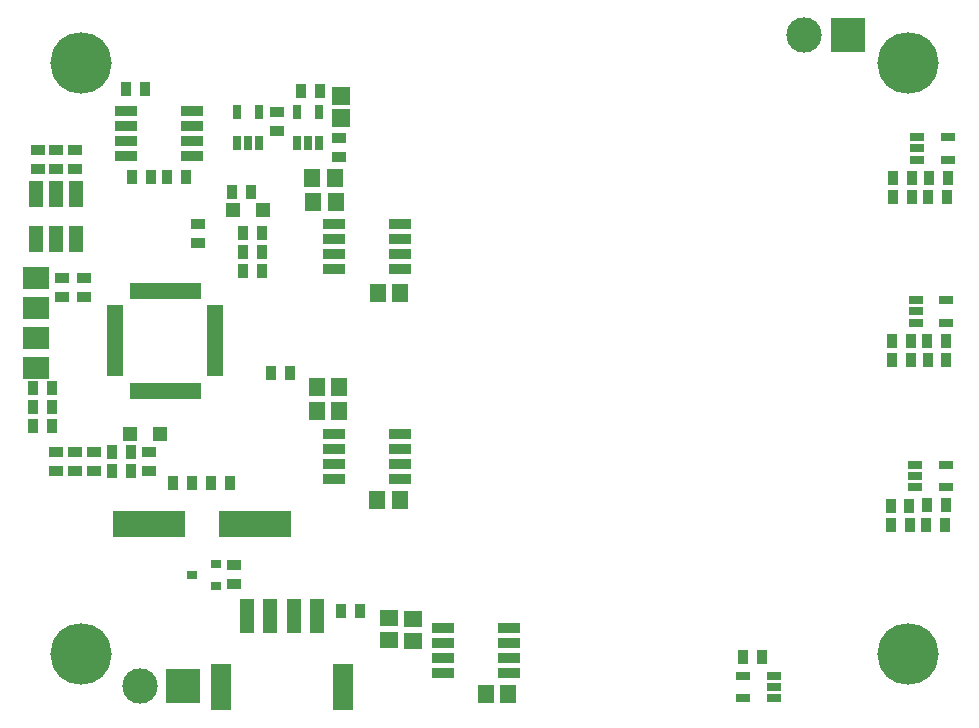
<source format=gbs>
G04*
G04 #@! TF.GenerationSoftware,Altium Limited,Altium Designer,23.3.1 (30)*
G04*
G04 Layer_Color=16711935*
%FSLAX44Y44*%
%MOMM*%
G71*
G04*
G04 #@! TF.SameCoordinates,D690764C-15D9-45C2-B971-25477444B052*
G04*
G04*
G04 #@! TF.FilePolarity,Negative*
G04*
G01*
G75*
%ADD39R,1.4032X1.6032*%
%ADD44R,1.2032X0.9032*%
%ADD45R,3.0000X3.0000*%
%ADD46C,3.0000*%
%ADD48R,0.9032X1.2032*%
%ADD52R,1.6032X1.5032*%
%ADD53R,0.8032X1.3032*%
%ADD55R,1.6032X1.4032*%
%ADD57R,2.2032X1.9032*%
%ADD59R,1.6532X4.0032*%
%ADD60R,1.2032X2.9032*%
%ADD66C,0.2032*%
%ADD67C,5.2032*%
%ADD86R,1.3032X0.8032*%
%ADD87R,1.2032X1.2032*%
%ADD88R,1.3032X2.2032*%
%ADD89R,1.9532X0.8532*%
%ADD90R,1.4032X0.5032*%
%ADD91R,0.5032X1.4032*%
%ADD92R,0.9032X0.8032*%
%ADD93R,6.2032X2.2032*%
D39*
X962000Y1526000D02*
D03*
X981000D02*
D03*
X907500Y1603000D02*
D03*
X926500D02*
D03*
X906500Y1623000D02*
D03*
X925500D02*
D03*
X910500Y1446000D02*
D03*
X929500D02*
D03*
X910500Y1426000D02*
D03*
X929500D02*
D03*
X961500Y1350000D02*
D03*
X980500D02*
D03*
X1053500Y1186000D02*
D03*
X1072500D02*
D03*
D44*
X674000Y1631000D02*
D03*
Y1647000D02*
D03*
X690000Y1631000D02*
D03*
Y1647000D02*
D03*
X706000Y1631000D02*
D03*
Y1647000D02*
D03*
X929000Y1641000D02*
D03*
Y1657000D02*
D03*
X810000Y1568000D02*
D03*
Y1584000D02*
D03*
X695000Y1522000D02*
D03*
Y1538000D02*
D03*
X713000Y1538000D02*
D03*
Y1522000D02*
D03*
X722000Y1391000D02*
D03*
Y1375000D02*
D03*
X706000D02*
D03*
Y1391000D02*
D03*
X840000Y1279000D02*
D03*
Y1295000D02*
D03*
X768000Y1375000D02*
D03*
Y1391000D02*
D03*
X690000Y1375000D02*
D03*
Y1391000D02*
D03*
X877000Y1663000D02*
D03*
Y1679000D02*
D03*
D45*
X797000Y1193000D02*
D03*
X1360000Y1744000D02*
D03*
D46*
X760996Y1193000D02*
D03*
X1322996Y1743997D02*
D03*
D48*
X1429000Y1623000D02*
D03*
X1445000D02*
D03*
X1427410Y1484970D02*
D03*
X1443410D02*
D03*
X1427201Y1345811D02*
D03*
X1443201D02*
D03*
X1287249Y1217030D02*
D03*
X1271249D02*
D03*
X821000Y1365000D02*
D03*
X837000D02*
D03*
X737000Y1375000D02*
D03*
X753000D02*
D03*
X864000Y1544000D02*
D03*
X848000D02*
D03*
X864000Y1560000D02*
D03*
X848000D02*
D03*
X864000Y1576000D02*
D03*
X848000D02*
D03*
X855000Y1611000D02*
D03*
X839000D02*
D03*
X872000Y1458000D02*
D03*
X888000D02*
D03*
X805000Y1365000D02*
D03*
X789000D02*
D03*
X737000Y1391000D02*
D03*
X753000D02*
D03*
X670000Y1429000D02*
D03*
X686000D02*
D03*
X670000Y1413000D02*
D03*
X686000D02*
D03*
X670000Y1445000D02*
D03*
X686000D02*
D03*
X765000Y1698000D02*
D03*
X749000D02*
D03*
X784000Y1624000D02*
D03*
X800000D02*
D03*
X770000D02*
D03*
X754000D02*
D03*
X1396271Y1344891D02*
D03*
X1412271D02*
D03*
X1397239Y1484817D02*
D03*
X1413239D02*
D03*
X1398000Y1623000D02*
D03*
X1414000D02*
D03*
X1426290Y1329026D02*
D03*
X1442290D02*
D03*
X1427530Y1468690D02*
D03*
X1443530D02*
D03*
X1428366Y1607091D02*
D03*
X1444366D02*
D03*
X1412500Y1329000D02*
D03*
X1396500D02*
D03*
X1413500Y1468690D02*
D03*
X1397500D02*
D03*
X1414000Y1607000D02*
D03*
X1398000D02*
D03*
X931000Y1256000D02*
D03*
X947000D02*
D03*
X897000Y1697000D02*
D03*
X913000D02*
D03*
D52*
X931000Y1692500D02*
D03*
Y1673500D02*
D03*
D53*
X912500Y1653000D02*
D03*
X903000D02*
D03*
X893500D02*
D03*
X912500Y1679000D02*
D03*
X893500D02*
D03*
X861500Y1653000D02*
D03*
X852000D02*
D03*
X842500D02*
D03*
X861500Y1679000D02*
D03*
X842500D02*
D03*
D55*
X992000Y1231000D02*
D03*
Y1250000D02*
D03*
X972000Y1231500D02*
D03*
Y1250500D02*
D03*
D57*
X673000Y1461900D02*
D03*
Y1487300D02*
D03*
Y1512700D02*
D03*
Y1538100D02*
D03*
D59*
X933000Y1192000D02*
D03*
X829000D02*
D03*
D60*
X911000Y1252000D02*
D03*
X891000D02*
D03*
X871000D02*
D03*
X851000D02*
D03*
D66*
X725142Y1734142D02*
D03*
X731000Y1720000D02*
D03*
X725142Y1705858D02*
D03*
X711000Y1700000D02*
D03*
X696858Y1705858D02*
D03*
X691000Y1720000D02*
D03*
X696858Y1734142D02*
D03*
X711000Y1740000D02*
D03*
X1425142Y1734142D02*
D03*
X1431000Y1720000D02*
D03*
X1425142Y1705858D02*
D03*
X1411000Y1700000D02*
D03*
X1396858Y1705858D02*
D03*
X1391000Y1720000D02*
D03*
X1396858Y1734142D02*
D03*
X1411000Y1740000D02*
D03*
X1425142Y1234142D02*
D03*
X1431000Y1220000D02*
D03*
X1425142Y1205858D02*
D03*
X1411000Y1200000D02*
D03*
X1396858Y1205858D02*
D03*
X1391000Y1220000D02*
D03*
X1396858Y1234142D02*
D03*
X1411000Y1240000D02*
D03*
X725142Y1234142D02*
D03*
X731000Y1220000D02*
D03*
X725142Y1205858D02*
D03*
X711000Y1200000D02*
D03*
X696858Y1205858D02*
D03*
X691000Y1220000D02*
D03*
X696858Y1234142D02*
D03*
X711000Y1240000D02*
D03*
D67*
Y1720000D02*
D03*
X1411000D02*
D03*
Y1220000D02*
D03*
X711000D02*
D03*
D86*
X1418963Y1638530D02*
D03*
Y1648030D02*
D03*
Y1657530D02*
D03*
X1444963Y1638530D02*
D03*
Y1657530D02*
D03*
X1417373Y1500500D02*
D03*
Y1510000D02*
D03*
Y1519500D02*
D03*
X1443373Y1500500D02*
D03*
Y1519500D02*
D03*
X1417165Y1361341D02*
D03*
Y1370841D02*
D03*
Y1380341D02*
D03*
X1443165Y1361341D02*
D03*
Y1380341D02*
D03*
X1297285Y1201500D02*
D03*
Y1192000D02*
D03*
Y1182500D02*
D03*
X1271285Y1201500D02*
D03*
Y1182500D02*
D03*
D87*
X752300Y1406000D02*
D03*
X777700D02*
D03*
X864700Y1596000D02*
D03*
X839300D02*
D03*
D88*
X707000Y1571000D02*
D03*
X690000D02*
D03*
X673000D02*
D03*
X707000Y1609000D02*
D03*
X690000D02*
D03*
X673000D02*
D03*
D89*
X748710Y1667265D02*
D03*
Y1654565D02*
D03*
Y1641865D02*
D03*
Y1679965D02*
D03*
X804710Y1641865D02*
D03*
Y1654565D02*
D03*
Y1667265D02*
D03*
Y1679965D02*
D03*
X981000Y1558600D02*
D03*
Y1571300D02*
D03*
Y1584000D02*
D03*
Y1545900D02*
D03*
X925000Y1584000D02*
D03*
Y1571300D02*
D03*
Y1558600D02*
D03*
Y1545900D02*
D03*
X981000Y1381000D02*
D03*
Y1393700D02*
D03*
Y1406400D02*
D03*
Y1368300D02*
D03*
X925000Y1406400D02*
D03*
Y1393700D02*
D03*
Y1381000D02*
D03*
Y1368300D02*
D03*
X1073000Y1216650D02*
D03*
Y1229350D02*
D03*
Y1242050D02*
D03*
Y1203950D02*
D03*
X1017000Y1242050D02*
D03*
Y1229350D02*
D03*
Y1216650D02*
D03*
Y1203950D02*
D03*
D90*
X824500Y1457500D02*
D03*
Y1462500D02*
D03*
Y1467500D02*
D03*
Y1472500D02*
D03*
Y1477500D02*
D03*
Y1482500D02*
D03*
Y1487500D02*
D03*
Y1492500D02*
D03*
Y1497500D02*
D03*
Y1502500D02*
D03*
Y1507500D02*
D03*
X739500Y1457500D02*
D03*
Y1512500D02*
D03*
Y1507500D02*
D03*
Y1502500D02*
D03*
Y1497500D02*
D03*
Y1492500D02*
D03*
Y1487500D02*
D03*
Y1482500D02*
D03*
Y1477500D02*
D03*
Y1472500D02*
D03*
Y1467500D02*
D03*
Y1462500D02*
D03*
X824500Y1512500D02*
D03*
D91*
X754500Y1527500D02*
D03*
X809500D02*
D03*
X804500D02*
D03*
X799500D02*
D03*
X794500D02*
D03*
X789500D02*
D03*
X784500D02*
D03*
X779500D02*
D03*
X774500D02*
D03*
X769500D02*
D03*
X764500D02*
D03*
X759500D02*
D03*
X804500Y1442500D02*
D03*
X799500D02*
D03*
X794500D02*
D03*
X789500D02*
D03*
X784500D02*
D03*
X779500D02*
D03*
X774500D02*
D03*
X769500D02*
D03*
X764500D02*
D03*
X759500D02*
D03*
X754500D02*
D03*
X809500D02*
D03*
D92*
X805000Y1287000D02*
D03*
X825000Y1277500D02*
D03*
Y1296500D02*
D03*
D93*
X858000Y1330000D02*
D03*
X768000D02*
D03*
M02*

</source>
